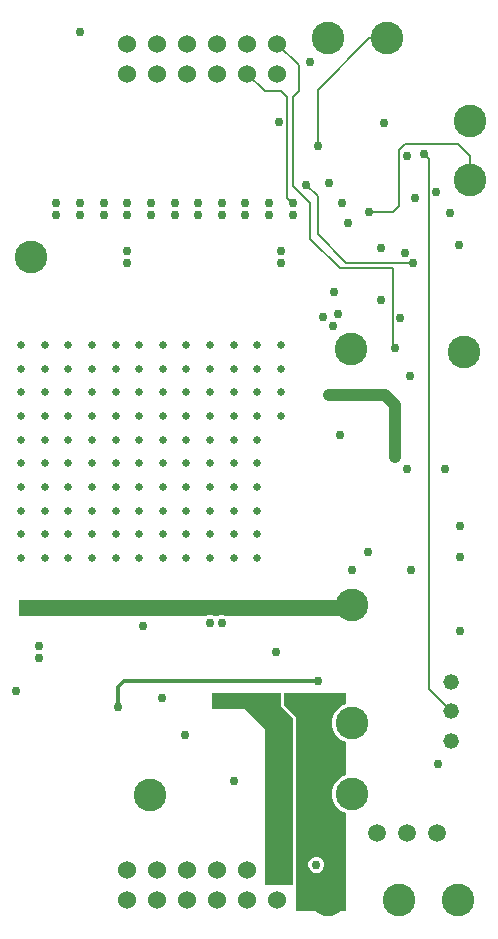
<source format=gbr>
G04 EAGLE Gerber RS-274X export*
G75*
%MOMM*%
%FSLAX34Y34*%
%LPD*%
%INCopper Layer 2*%
%IPPOS*%
%AMOC8*
5,1,8,0,0,1.08239X$1,22.5*%
G01*
%ADD10C,1.508000*%
%ADD11C,2.760000*%
%ADD12C,1.320800*%
%ADD13C,1.524000*%
%ADD14C,0.756400*%
%ADD15C,1.016000*%
%ADD16C,0.152400*%
%ADD17C,0.812800*%
%ADD18C,0.200000*%
%ADD19C,0.656400*%
%ADD20C,0.304800*%

G36*
X295050Y10934D02*
X295050Y10934D01*
X295101Y10936D01*
X295133Y10954D01*
X295169Y10962D01*
X295208Y10995D01*
X295253Y11019D01*
X295274Y11049D01*
X295302Y11072D01*
X295323Y11119D01*
X295353Y11161D01*
X295361Y11203D01*
X295373Y11231D01*
X295372Y11261D01*
X295380Y11303D01*
X295380Y93475D01*
X295367Y93531D01*
X295367Y93538D01*
X295365Y93540D01*
X295359Y93600D01*
X295346Y93620D01*
X295341Y93643D01*
X295300Y93692D01*
X295266Y93746D01*
X295244Y93761D01*
X295231Y93777D01*
X295196Y93792D01*
X295146Y93826D01*
X290483Y95757D01*
X285757Y100483D01*
X283199Y106658D01*
X283199Y113342D01*
X285757Y119517D01*
X290483Y124243D01*
X295146Y126174D01*
X295150Y126177D01*
X295152Y126178D01*
X295164Y126187D01*
X295197Y126211D01*
X295253Y126242D01*
X295267Y126261D01*
X295286Y126275D01*
X295316Y126331D01*
X295353Y126383D01*
X295358Y126410D01*
X295368Y126428D01*
X295369Y126466D01*
X295380Y126525D01*
X295380Y153475D01*
X295366Y153536D01*
X295359Y153600D01*
X295346Y153620D01*
X295341Y153643D01*
X295300Y153692D01*
X295266Y153746D01*
X295244Y153761D01*
X295231Y153777D01*
X295196Y153792D01*
X295146Y153826D01*
X290483Y155757D01*
X285757Y160483D01*
X283199Y166658D01*
X283199Y173342D01*
X285757Y179517D01*
X290483Y184243D01*
X295146Y186174D01*
X295197Y186211D01*
X295253Y186242D01*
X295267Y186261D01*
X295286Y186275D01*
X295316Y186331D01*
X295353Y186383D01*
X295358Y186410D01*
X295368Y186428D01*
X295369Y186466D01*
X295380Y186525D01*
X295380Y195000D01*
X295369Y195050D01*
X295367Y195101D01*
X295349Y195133D01*
X295341Y195169D01*
X295308Y195208D01*
X295284Y195253D01*
X295254Y195274D01*
X295231Y195302D01*
X295184Y195323D01*
X295142Y195353D01*
X295100Y195361D01*
X295072Y195373D01*
X295042Y195372D01*
X295000Y195380D01*
X243000Y195380D01*
X242950Y195369D01*
X242899Y195367D01*
X242867Y195349D01*
X242831Y195341D01*
X242792Y195308D01*
X242747Y195284D01*
X242726Y195254D01*
X242698Y195231D01*
X242677Y195184D01*
X242647Y195142D01*
X242639Y195100D01*
X242627Y195072D01*
X242628Y195042D01*
X242627Y195036D01*
X242620Y195000D01*
X242620Y185000D01*
X242637Y184926D01*
X242650Y184851D01*
X242657Y184841D01*
X242659Y184831D01*
X242683Y184802D01*
X242731Y184731D01*
X252620Y174843D01*
X252620Y11303D01*
X252631Y11253D01*
X252633Y11202D01*
X252651Y11170D01*
X252659Y11134D01*
X252692Y11095D01*
X252716Y11050D01*
X252746Y11029D01*
X252769Y11001D01*
X252816Y10980D01*
X252858Y10950D01*
X252900Y10942D01*
X252928Y10930D01*
X252958Y10931D01*
X253000Y10923D01*
X295000Y10923D01*
X295050Y10934D01*
G37*
G36*
X250050Y32631D02*
X250050Y32631D01*
X250101Y32633D01*
X250133Y32651D01*
X250169Y32659D01*
X250208Y32692D01*
X250253Y32716D01*
X250274Y32746D01*
X250302Y32769D01*
X250323Y32816D01*
X250353Y32858D01*
X250361Y32900D01*
X250373Y32928D01*
X250372Y32958D01*
X250380Y33000D01*
X250380Y174000D01*
X250363Y174074D01*
X250350Y174149D01*
X250343Y174159D01*
X250341Y174169D01*
X250317Y174198D01*
X250269Y174269D01*
X240380Y184158D01*
X240380Y195000D01*
X240369Y195050D01*
X240367Y195101D01*
X240349Y195133D01*
X240341Y195169D01*
X240308Y195208D01*
X240284Y195253D01*
X240254Y195274D01*
X240231Y195302D01*
X240184Y195323D01*
X240142Y195353D01*
X240100Y195361D01*
X240072Y195373D01*
X240042Y195372D01*
X240000Y195380D01*
X182000Y195380D01*
X181950Y195369D01*
X181899Y195367D01*
X181867Y195349D01*
X181831Y195341D01*
X181792Y195308D01*
X181747Y195284D01*
X181726Y195254D01*
X181698Y195231D01*
X181677Y195184D01*
X181647Y195142D01*
X181639Y195100D01*
X181627Y195072D01*
X181627Y195060D01*
X181627Y195059D01*
X181627Y195040D01*
X181620Y195000D01*
X181620Y182000D01*
X181631Y181950D01*
X181633Y181899D01*
X181651Y181867D01*
X181659Y181831D01*
X181692Y181792D01*
X181716Y181747D01*
X181746Y181726D01*
X181769Y181698D01*
X181816Y181677D01*
X181858Y181647D01*
X181900Y181639D01*
X181928Y181627D01*
X181958Y181628D01*
X182000Y181620D01*
X209843Y181620D01*
X226620Y164843D01*
X226620Y33000D01*
X226631Y32950D01*
X226633Y32899D01*
X226651Y32867D01*
X226659Y32831D01*
X226692Y32792D01*
X226716Y32747D01*
X226746Y32726D01*
X226769Y32698D01*
X226816Y32677D01*
X226858Y32647D01*
X226900Y32639D01*
X226928Y32627D01*
X226958Y32628D01*
X227000Y32620D01*
X250000Y32620D01*
X250050Y32631D01*
G37*
G36*
X175944Y260637D02*
X175944Y260637D01*
X176019Y260650D01*
X176029Y260657D01*
X176039Y260659D01*
X176068Y260683D01*
X176139Y260731D01*
X176158Y260750D01*
X178651Y261783D01*
X181349Y261783D01*
X183842Y260750D01*
X183861Y260731D01*
X183926Y260691D01*
X183988Y260647D01*
X184000Y260645D01*
X184008Y260640D01*
X184045Y260636D01*
X184130Y260620D01*
X185870Y260620D01*
X185944Y260637D01*
X186019Y260650D01*
X186029Y260657D01*
X186039Y260659D01*
X186068Y260683D01*
X186139Y260731D01*
X186158Y260750D01*
X188651Y261783D01*
X191349Y261783D01*
X193842Y260750D01*
X193861Y260731D01*
X193926Y260691D01*
X193988Y260647D01*
X194000Y260645D01*
X194008Y260640D01*
X194045Y260636D01*
X194130Y260620D01*
X303000Y260620D01*
X303050Y260631D01*
X303101Y260633D01*
X303133Y260651D01*
X303169Y260659D01*
X303208Y260692D01*
X303253Y260716D01*
X303274Y260746D01*
X303302Y260769D01*
X303323Y260816D01*
X303353Y260858D01*
X303361Y260900D01*
X303373Y260928D01*
X303372Y260958D01*
X303380Y261000D01*
X303380Y274000D01*
X303369Y274050D01*
X303367Y274101D01*
X303349Y274133D01*
X303341Y274169D01*
X303308Y274208D01*
X303284Y274253D01*
X303254Y274274D01*
X303231Y274302D01*
X303184Y274323D01*
X303142Y274353D01*
X303100Y274361D01*
X303072Y274373D01*
X303042Y274372D01*
X303000Y274380D01*
X19000Y274380D01*
X18950Y274369D01*
X18899Y274367D01*
X18867Y274349D01*
X18831Y274341D01*
X18792Y274308D01*
X18747Y274284D01*
X18726Y274254D01*
X18698Y274231D01*
X18677Y274184D01*
X18647Y274142D01*
X18639Y274100D01*
X18627Y274072D01*
X18628Y274042D01*
X18620Y274000D01*
X18620Y261000D01*
X18631Y260950D01*
X18633Y260899D01*
X18651Y260867D01*
X18659Y260831D01*
X18692Y260792D01*
X18716Y260747D01*
X18746Y260726D01*
X18769Y260698D01*
X18816Y260677D01*
X18858Y260647D01*
X18900Y260639D01*
X18928Y260627D01*
X18958Y260628D01*
X19000Y260620D01*
X175870Y260620D01*
X175944Y260637D01*
G37*
%LPC*%
G36*
X268651Y43217D02*
X268651Y43217D01*
X266158Y44250D01*
X264250Y46158D01*
X263217Y48651D01*
X263217Y51349D01*
X264250Y53842D01*
X266158Y55750D01*
X268651Y56783D01*
X271349Y56783D01*
X273842Y55750D01*
X275750Y53842D01*
X276783Y51349D01*
X276783Y48651D01*
X275750Y46158D01*
X273842Y44250D01*
X271349Y43217D01*
X268651Y43217D01*
G37*
%LPD*%
D10*
X347000Y77000D03*
X321600Y77000D03*
X372400Y77000D03*
D11*
X390000Y20000D03*
X300000Y170000D03*
X299500Y487000D03*
X400000Y630000D03*
X280000Y750000D03*
X330000Y750000D03*
X129000Y109000D03*
X300000Y270000D03*
X28000Y565000D03*
X395000Y484000D03*
X400000Y680000D03*
X300000Y110000D03*
X340000Y20000D03*
X280000Y20000D03*
D12*
X384000Y155000D03*
X384000Y179892D03*
X384000Y205038D03*
D13*
X110000Y720000D03*
X110000Y745400D03*
X135400Y720000D03*
X135400Y745400D03*
X160800Y720000D03*
X160800Y745400D03*
X186200Y720000D03*
X186200Y745400D03*
X211600Y720000D03*
X211600Y745400D03*
X237000Y720000D03*
X237000Y745400D03*
X110000Y20000D03*
X110000Y45400D03*
X135400Y20000D03*
X135400Y45400D03*
X160800Y20000D03*
X160800Y45400D03*
X186200Y20000D03*
X186200Y45400D03*
X211600Y20000D03*
X211600Y45400D03*
X237000Y20000D03*
X237000Y45400D03*
D14*
X260000Y175000D03*
D15*
X271000Y164000D01*
X286000Y26000D02*
X280000Y20000D01*
X271000Y77000D02*
X271000Y164000D01*
X271000Y77000D02*
X286000Y62000D01*
X286000Y26000D01*
D14*
X266000Y169000D03*
X259000Y185000D03*
D15*
X259000Y176000D02*
X260000Y175000D01*
X259000Y176000D02*
X259000Y185000D01*
D14*
X265000Y145000D03*
X273000Y145000D03*
X281000Y145000D03*
X325000Y528000D03*
X345000Y568000D03*
X288000Y516000D03*
X327000Y678000D03*
X238000Y679000D03*
X270000Y50000D03*
X300000Y300000D03*
X350000Y300000D03*
X383000Y602000D03*
X281000Y627000D03*
X296748Y593748D03*
X285000Y534662D03*
X347000Y650000D03*
X341000Y513000D03*
X139000Y191000D03*
X16000Y197000D03*
X123000Y252500D03*
X392000Y248000D03*
X392000Y337000D03*
X200000Y121000D03*
X290000Y414000D03*
X349189Y463811D03*
X373000Y135000D03*
X284000Y506000D03*
X276000Y514000D03*
X50000Y600000D03*
X50000Y610000D03*
X70000Y610000D03*
X70000Y600000D03*
X90000Y600000D03*
X90000Y610000D03*
X110000Y600000D03*
X110000Y610000D03*
X130000Y610000D03*
X130000Y600000D03*
X150000Y600000D03*
X150000Y610000D03*
X170000Y610000D03*
X170000Y600000D03*
X190000Y600000D03*
X190000Y610000D03*
X210000Y610000D03*
X210000Y600000D03*
X230000Y600000D03*
X230000Y610000D03*
X250000Y600000D03*
X250000Y610000D03*
D16*
X226600Y705000D02*
X211600Y720000D01*
X226600Y705000D02*
X240000Y705000D01*
X245000Y615000D02*
X250000Y610000D01*
X245000Y615000D02*
X245000Y700000D01*
X240000Y705000D01*
D14*
X291500Y610500D03*
X325000Y572000D03*
X271000Y659000D03*
D16*
X271000Y706000D01*
X315000Y750000D02*
X330000Y750000D01*
X315000Y750000D02*
X271000Y706000D01*
D14*
X337000Y488000D03*
D16*
X334932Y515514D02*
X335000Y515582D01*
X335000Y555000D01*
X334932Y490068D02*
X337000Y488000D01*
X334932Y490068D02*
X334932Y515514D01*
X335000Y555000D02*
X290000Y555000D01*
X265000Y580000D01*
X265000Y610000D01*
X250000Y625000D01*
X250000Y700000D01*
X255000Y727400D02*
X237000Y745400D01*
X255000Y705000D02*
X250000Y700000D01*
X255000Y705000D02*
X255000Y727400D01*
D14*
X314000Y315000D03*
X315000Y603000D03*
D16*
X335000Y603000D01*
X340000Y608000D01*
X340000Y655000D01*
X345000Y660000D01*
X390000Y660000D02*
X400000Y650000D01*
X400000Y630000D01*
X390000Y660000D02*
X345000Y660000D01*
D14*
X159000Y160000D03*
X265000Y730000D03*
X353500Y615000D03*
X391000Y575000D03*
X187000Y189000D03*
D17*
X226000Y189000D01*
X237000Y178000D02*
X237000Y45400D01*
X237000Y178000D02*
X226000Y189000D01*
D14*
X195000Y189000D03*
X203000Y189000D03*
X337000Y412000D03*
X337000Y403000D03*
X337000Y395000D03*
X290630Y448000D03*
D15*
X328000Y448000D01*
X337000Y439000D02*
X337000Y395000D01*
X337000Y439000D02*
X328000Y448000D01*
D14*
X280630Y448000D03*
D15*
X290630Y448000D01*
D14*
X352000Y560000D03*
X261000Y626000D03*
D18*
X295000Y560000D02*
X352000Y560000D01*
X295000Y560000D02*
X271000Y584000D01*
X271000Y616000D01*
X261000Y626000D01*
D19*
X40000Y490000D03*
X60000Y490000D03*
X60000Y470000D03*
X40000Y470000D03*
X40000Y450000D03*
X60000Y450000D03*
X80000Y450000D03*
X80000Y470000D03*
X80000Y490000D03*
X100000Y490000D03*
X100000Y470000D03*
X100000Y450000D03*
X120000Y450000D03*
X120000Y470000D03*
X120000Y490000D03*
X140000Y490000D03*
X140000Y470000D03*
X140000Y450000D03*
X160000Y450000D03*
X160000Y470000D03*
X160000Y490000D03*
X180000Y490000D03*
X200000Y490000D03*
X200000Y470000D03*
X180000Y470000D03*
X180000Y450000D03*
X200000Y450000D03*
X200000Y430000D03*
X180000Y430000D03*
X160000Y430000D03*
X140000Y430000D03*
X120000Y430000D03*
X100000Y430000D03*
X80000Y430000D03*
X60000Y430000D03*
X40000Y430000D03*
X40000Y410000D03*
X60000Y410000D03*
X80000Y410000D03*
X100000Y410000D03*
X120000Y410000D03*
X140000Y410000D03*
X160000Y410000D03*
X180000Y410000D03*
X200000Y410000D03*
X200000Y390000D03*
X180000Y390000D03*
X160000Y390000D03*
X140000Y390000D03*
X120000Y390000D03*
X100000Y390000D03*
X80000Y390000D03*
X60000Y390000D03*
X40000Y390000D03*
X20000Y390000D03*
X20000Y410000D03*
X20000Y430000D03*
X20000Y450000D03*
X20000Y470000D03*
X20000Y490000D03*
X200000Y370000D03*
X180000Y370000D03*
X160000Y370000D03*
X140000Y370000D03*
X120000Y370000D03*
X100000Y370000D03*
X80000Y370000D03*
X60000Y370000D03*
X40000Y370000D03*
X20000Y370000D03*
X20000Y350000D03*
X20000Y330000D03*
X20000Y310000D03*
X40000Y310000D03*
X60000Y310000D03*
X80000Y310000D03*
X100000Y310000D03*
X120000Y310000D03*
X140000Y310000D03*
X160000Y310000D03*
X180000Y310000D03*
X200000Y310000D03*
X200000Y330000D03*
X200000Y350000D03*
X180000Y350000D03*
X180000Y330000D03*
X160000Y330000D03*
X160000Y350000D03*
X140000Y350000D03*
X140000Y330000D03*
X120000Y330000D03*
X120000Y350000D03*
X100000Y350000D03*
X100000Y330000D03*
X80000Y330000D03*
X80000Y350000D03*
X60000Y350000D03*
X60000Y330000D03*
X40000Y330000D03*
X40000Y350000D03*
X220000Y490000D03*
X240000Y490000D03*
X240000Y470000D03*
X220000Y470000D03*
X220000Y450000D03*
X240000Y450000D03*
X240000Y430000D03*
X220000Y430000D03*
X220000Y410000D03*
X220000Y390000D03*
X220000Y370000D03*
X220000Y350000D03*
X220000Y330000D03*
X220000Y310000D03*
D14*
X156000Y267000D03*
D17*
X141000Y267000D01*
D14*
X25000Y267000D03*
D17*
X141000Y267000D01*
D20*
X297000Y267000D01*
X300000Y270000D01*
D14*
X240000Y570000D03*
X240000Y560000D03*
X35000Y225000D03*
X35000Y235000D03*
X236000Y230000D03*
X110000Y560000D03*
X110000Y570000D03*
X190000Y255000D03*
X180000Y255000D03*
X102000Y184000D03*
X271000Y206000D03*
D20*
X107000Y206000D01*
X102000Y201000D01*
X102000Y184000D01*
D14*
X70000Y755296D03*
X371306Y620000D03*
X347000Y385000D03*
X379000Y385000D03*
X361000Y652000D03*
D18*
X365000Y648000D02*
X365000Y198892D01*
X384000Y179892D01*
X365000Y648000D02*
X361000Y652000D01*
D14*
X392000Y311000D03*
M02*

</source>
